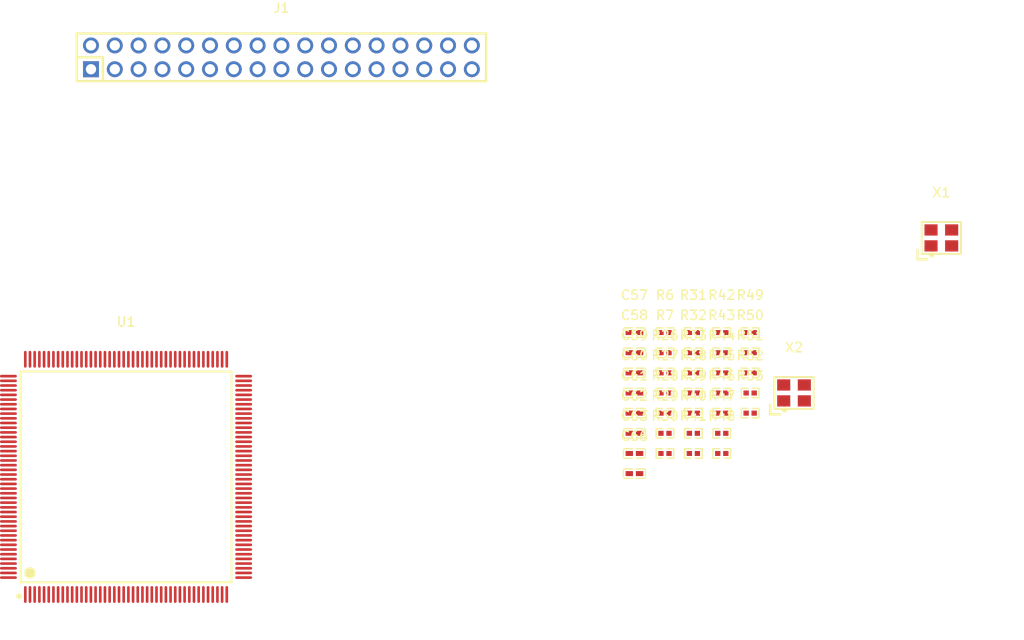
<source format=kicad_pcb>
(kicad_pcb (version 20240108) (generator "pcbnew") (generator_version "8.0")
  (layers (0 "F.Cu" signal) (31 "B.Cu" signal) (34 "B.Paste" user) (35 "F.Paste" user) (36 "B.SilkS" user "B.Silkscreen") (37 "F.SilkS" user "F.Silkscreen") (38 "B.Mask" user) (39 "F.Mask" user) (44 "Edge.Cuts" user))
  (net 0 "")
  (net 1 "GND")
  (net 2 "/ENC3.A")
  (net 3 "/ENC2.A")
  (net 4 "/ENC4.A")
  (net 5 "/ENC1.A")
  (net 6 "/ENC3.B")
  (net 7 "/ENC2.B")
  (net 8 "/ENC4.B")
  (net 9 "/ENC1.B")
  (net 44 "Net-(USB1-CC2)")
  (net 45 "Net-(USB1-CC1)")
  (net 46 "/ENC4.SW_R")
  (net 47 "/ENC4.SW")
  (net 48 "/ENC3.SW")
  (net 49 "/ENC3.SW_R")
  (net 50 "/ENC2.SW")
  (net 51 "/ENC2.SW_R")
  (net 52 "+3V0")
  (net 53 "/ENC1.SW_R")
  (net 54 "/ENC1.SW")
  (net 55 "Net-(R38-Pad1)")
  (net 56 "Net-(R39-Pad1)")
  (net 57 "Net-(R40-Pad1)")
  (net 58 "Net-(R41-Pad1)")
  (net 59 "Net-(R42-Pad1)")
  (net 60 "Net-(R43-Pad1)")
  (net 61 "Net-(R44-Pad1)")
  (net 62 "Net-(R45-Pad1)")
  (net 65 "/SWD.IO")
  (net 66 "/TCH.MISO")
  (net 68 "/LCD.D3")
  (net 70 "/TCH.NCS")
  (net 71 "/TCH.INT")
  (net 78 "/BAT.SDA")
  (net 81 "/SD.DAT0")
  (net 82 "/VBAT.SNS")
  (net 87 "/LCD.D10")
  (net 91 "/LCD.D1")
  (net 95 "/TS2.X")
  (net 97 "/LCD.D7")
  (net 98 "/LCD.D8")
  (net 101 "/SWL")
  (net 103 "/LCD.D14")
  (net 104 "/SWD.CLK")
  (net 107 "/LCD.D5")
  (net 109 "/BAT.NCE")
  (net 110 "/SWR")
  (net 112 "/TS1.SW")
  (net 113 "/SD.CMD")
  (net 114 "/LED2.G")
  (net 116 "/SD.CLK_R")
  (net 118 "/TS2.Y")
  (net 120 "/LCD.D6")
  (net 121 "/MCU.VCAP1")
  (net 123 "/LCD.NRST")
  (net 125 "/SD.DAT3")
  (net 128 "/RF.GDO0")
  (net 130 "/LED1.B")
  (net 131 "/LCD.D15")
  (net 134 "/RF.NCS")
  (net 135 "/SWD.TRC")
  (net 136 "/LCD.D11")
  (net 137 "/LCD.D12")
  (net 140 "/LCD.D0")
  (net 142 "/LCD.D9")
  (net 145 "/RF.CLK_R")
  (net 146 "/LCD.NOE")
  (net 149 "/USB.D_P")
  (net 150 "/SD.DAT2")
  (net 151 "/USB.D_N")
  (net 152 "/HSE.IN")
  (net 153 "/TS2.SW")
  (net 155 "/BL.PWM_R")
  (net 157 "/BAT.SCL")
  (net 158 "/BAT.INT")
  (net 159 "/TS1.X")
  (net 161 "/RF.MOSI")
  (net 162 "/LCD.DC")
  (net 163 "/LCD.NE1")
  (net 166 "/SWD.NRST")
  (net 168 "/MCU.VCAP2")
  (net 169 "/RF.GDO2")
  (net 170 "/LED2.R")
  (net 172 "/SD.NCD")
  (net 173 "/TCH.MOSI")
  (net 175 "/LCD.D4")
  (net 177 "/LCD.D13")
  (net 178 "/LED2.B")
  (net 179 "/BAT.STAT")
  (net 181 "/LED1.G")
  (net 182 "/TS1.Y")
  (net 183 "/LED1.R")
  (net 184 "/LCD.NWE")
  (net 185 "/TCH.CLK_R")
  (net 186 "/SD.DAT1")
  (net 190 "/BAT.NPG")
  (net 191 "/RF.MISO")
  (net 192 "/LCD.D2")
  (net 194 "+3V0_OSC2")
  (net 195 "/RF.XOSC_OUT")
  (net 196 "/MCU.OSC_OUT")
  (net 197 "+3V0_OSC1")
  (footprint "easyeda2kicad:R0402" (layer "F.Cu") (at 140.54 86.4)
    (property "Reference" "R33" (at 0 -4 0) (layer "F.SilkS"))
    (property "Value" "0402WGF5602TCE")
    (pad "1" smd rect (at -0.43 0) (size 0.57 0.54) (layers "F.Cu" "F.Paste" "F.Mask") (net 53 "/ENC1.SW_R"))
    (pad "2" smd rect (at 0.43 0) (size 0.57 0.54) (layers "F.Cu" "F.Paste" "F.Mask") (net 52 "+3V0"))
  )
  (footprint "easyeda2kicad_script:R0402" (layer "F.Cu") (at 143.57 88.55)
    (property "Reference" "R45" (at 0 -4 0) (layer "F.SilkS"))
    (property "Value" "0402WGF1002TCE")
    (pad "1" smd rect (at -0.43 0) (size 0.57 0.54) (layers "F.Cu" "F.Paste" "F.Mask") (net 62 "Net-(R45-Pad1)"))
    (pad "2" smd rect (at 0.43 0) (size 0.57 0.54) (layers "F.Cu" "F.Paste" "F.Mask") (net 52 "+3V0"))
  )
  (footprint "easyeda2kicad_script:C0402" (layer "F.Cu") (at 134.25 90.7)
    (property "Reference" "C61" (at 0 -4 0) (layer "F.SilkS"))
    (property "Value" "CC0402KRX7R9BB103")
    (pad "1" smd rect (at -0.55 0) (size 0.79 0.54) (layers "F.Cu" "F.Paste" "F.Mask") (net 1 "GND"))
    (pad "2" smd rect (at 0.55 0) (size 0.79 0.54) (layers "F.Cu" "F.Paste" "F.Mask") (net 6 "/ENC3.B"))
  )
  (footprint "easyeda2kicad_script:R0402" (layer "F.Cu") (at 140.54 95)
    (property "Reference" "R41" (at 0 -4 0) (layer "F.SilkS"))
    (property "Value" "0402WGF1002TCE")
    (pad "1" smd rect (at -0.43 0) (size 0.57 0.54) (layers "F.Cu" "F.Paste" "F.Mask") (net 58 "Net-(R41-Pad1)"))
    (pad "2" smd rect (at 0.43 0) (size 0.57 0.54) (layers "F.Cu" "F.Paste" "F.Mask") (net 52 "+3V0"))
  )
  (footprint "easyeda2kicad_script:R0402" (layer "F.Cu") (at 146.6 86.4)
    (property "Reference" "R51" (at 0 -4 0) (layer "F.SilkS"))
    (property "Value" "0402WGF1002TCE")
    (pad "1" smd rect (at -0.43 0) (size 0.57 0.54) (layers "F.Cu" "F.Paste" "F.Mask") (net 61 "Net-(R44-Pad1)"))
    (pad "2" smd rect (at 0.43 0) (size 0.57 0.54) (layers "F.Cu" "F.Paste" "F.Mask") (net 8 "/ENC4.B"))
  )
  (footprint "easyeda2kicad_script:R0402" (layer "F.Cu") (at 143.57 92.85)
    (property "Reference" "R47" (at 0 -4 0) (layer "F.SilkS"))
    (property "Value" "0402WGF1002TCE")
    (pad "1" smd rect (at -0.43 0) (size 0.57 0.54) (layers "F.Cu" "F.Paste" "F.Mask") (net 59 "Net-(R42-Pad1)"))
    (pad "2" smd rect (at 0.43 0) (size 0.57 0.54) (layers "F.Cu" "F.Paste" "F.Mask") (net 6 "/ENC3.B"))
  )
  (footprint "easyeda2kicad_script:R0402" (layer "F.Cu") (at 143.57 95)
    (property "Reference" "R48" (at 0 -4 0) (layer "F.SilkS"))
    (property "Value" "0402WGF1002TCE")
    (pad "1" smd rect (at -0.43 0) (size 0.57 0.54) (layers "F.Cu" "F.Paste" "F.Mask") (net 56 "Net-(R39-Pad1)"))
    (pad "2" smd rect (at 0.43 0) (size 0.57 0.54) (layers "F.Cu" "F.Paste" "F.Mask") (net 3 "/ENC2.A"))
  )
  (footprint "easyeda2kicad_script:R0402" (layer "F.Cu") (at 146.6 84.25)
    (property "Reference" "R50" (at 0 -4 0) (layer "F.SilkS"))
    (property "Value" "0402WGF1002TCE")
    (pad "1" smd rect (at -0.43 0) (size 0.57 0.54) (layers "F.Cu" "F.Paste" "F.Mask") (net 57 "Net-(R40-Pad1)"))
    (pad "2" smd rect (at 0.43 0) (size 0.57 0.54) (layers "F.Cu" "F.Paste" "F.Mask") (net 4 "/ENC4.A"))
  )
  (footprint "easyeda2kicad_script:R0402" (layer "F.Cu") (at 143.57 84.25)
    (property "Reference" "R43" (at 0 -4 0) (layer "F.SilkS"))
    (property "Value" "0402WGF1002TCE")
    (pad "1" smd rect (at -0.43 0) (size 0.57 0.54) (layers "F.Cu" "F.Paste" "F.Mask") (net 60 "Net-(R43-Pad1)"))
    (pad "2" smd rect (at 0.43 0) (size 0.57 0.54) (layers "F.Cu" "F.Paste" "F.Mask") (net 52 "+3V0"))
  )
  (footprint "easyeda2kicad_script:R0402" (layer "F.Cu") (at 143.57 82.1)
    (property "Reference" "R42" (at 0 -4 0) (layer "F.SilkS"))
    (property "Value" "0402WGF1002TCE")
    (pad "1" smd rect (at -0.43 0) (size 0.57 0.54) (layers "F.Cu" "F.Paste" "F.Mask") (net 59 "Net-(R42-Pad1)"))
    (pad "2" smd rect (at 0.43 0) (size 0.57 0.54) (layers "F.Cu" "F.Paste" "F.Mask") (net 52 "+3V0"))
  )
  (footprint "easyeda2kicad_script2:OSC-SMD_4P-L3.2-W2.5-BL_SIT8008BI" (layer "F.Cu") (at 151.28 88.54)
    (property "Reference" "X2" (at 0 -4.85 0) (layer "F.SilkS"))
    (property "Value" "S3D26.000000B20F30T")
    (pad "1" smd rect (at -1.1 0.85) (size 1.4 1.2) (layers "F.Cu" "F.Paste" "F.Mask") (net 197 "+3V0_OSC1"))
    (pad "2" smd rect (at 1.1 0.85) (size 1.4 1.2) (layers "F.Cu" "F.Paste" "F.Mask") (net 1 "GND"))
    (pad "3" smd rect (at 1.1 -0.85) (size 1.4 1.2) (layers "F.Cu" "F.Paste" "F.Mask") (net 196 "/MCU.OSC_OUT"))
    (pad "4" smd rect (at -1.1 -0.85) (size 1.4 1.2) (layers "F.Cu" "F.Paste" "F.Mask") (net 197 "+3V0_OSC1"))
  )
  (footprint "easyeda2kicad_script:C0402" (layer "F.Cu") (at 134.25 86.4)
    (property "Reference" "C59" (at 0 -4 0) (layer "F.SilkS"))
    (property "Value" "CC0402KRX7R9BB103")
    (pad "1" smd rect (at -0.55 0) (size 0.79 0.54) (layers "F.Cu" "F.Paste" "F.Mask") (net 1 "GND"))
    (pad "2" smd rect (at 0.55 0) (size 0.79 0.54) (layers "F.Cu" "F.Paste" "F.Mask") (net 4 "/ENC4.A"))
  )
  (footprint "easyeda2kicad_script:C0402" (layer "F.Cu") (at 134.25 92.85)
    (property "Reference" "C62" (at 0 -4 0) (layer "F.SilkS"))
    (property "Value" "CC0402KRX7R9BB103")
    (pad "1" smd rect (at -0.55 0) (size 0.79 0.54) (layers "F.Cu" "F.Paste" "F.Mask") (net 1 "GND"))
    (pad "2" smd rect (at 0.55 0) (size 0.79 0.54) (layers "F.Cu" "F.Paste" "F.Mask") (net 7 "/ENC2.B"))
  )
  (footprint "easyeda2kicad:R0402" (layer "F.Cu") (at 137.51 90.7)
    (property "Reference" "R28" (at 0 -4 0) (layer "F.SilkS"))
    (property "Value" "0402WGF5101TCE")
    (pad "1" smd rect (at -0.43 0) (size 0.57 0.54) (layers "F.Cu" "F.Paste" "F.Mask") (net 51 "/ENC2.SW_R"))
    (pad "2" smd rect (at 0.43 0) (size 0.57 0.54) (layers "F.Cu" "F.Paste" "F.Mask") (net 50 "/ENC2.SW"))
  )
  (footprint "easyeda2kicad:R0402" (layer "F.Cu") (at 140.54 82.1)
    (property "Reference" "R31" (at 0 -4 0) (layer "F.SilkS"))
    (property "Value" "0402WGF5602TCE")
    (pad "1" smd rect (at -0.43 0) (size 0.57 0.54) (layers "F.Cu" "F.Paste" "F.Mask") (net 51 "/ENC2.SW_R"))
    (pad "2" smd rect (at 0.43 0) (size 0.57 0.54) (layers "F.Cu" "F.Paste" "F.Mask") (net 52 "+3V0"))
  )
  (footprint "easyeda2kicad:LQFP-176_L24.0-W24.0-P0.50-LS26.0-BL" (layer "F.Cu") (at 80 97.5)
    (property "Reference" "U1" (at 0 -16.55 0) (layer "F.SilkS"))
    (property "Value" "STM32H743IIT6")
    (pad "1" smd oval (at -10.75 12.55) (size 0.28 1.8) (layers "F.Cu" "F.Paste" "F.Mask"))
    (pad "2" smd oval (at -10.25 12.55) (size 0.28 1.8) (layers "F.Cu" "F.Paste" "F.Mask"))
    (pad "3" smd oval (at -9.75 12.55) (size 0.28 1.8) (layers "F.Cu" "F.Paste" "F.Mask"))
    (pad "4" smd oval (at -9.25 12.55) (size 0.28 1.8) (layers "F.Cu" "F.Paste" "F.Mask"))
    (pad "5" smd oval (at -8.75 12.55) (size 0.28 1.8) (layers "F.Cu" "F.Paste" "F.Mask"))
    (pad "6" smd oval (at -8.25 12.55) (size 0.28 1.8) (layers "F.Cu" "F.Paste" "F.Mask") (net 52 "+3V0"))
    (pad "7" smd oval (at -7.75 12.55) (size 0.28 1.8) (layers "F.Cu" "F.Paste" "F.Mask"))
    (pad "8" smd oval (at -7.25 12.55) (size 0.28 1.8) (layers "F.Cu" "F.Paste" "F.Mask"))
    (pad "9" smd oval (at -6.75 12.55) (size 0.28 1.8) (layers "F.Cu" "F.Paste" "F.Mask"))
    (pad "10" smd oval (at -6.25 12.55) (size 0.28 1.8) (layers "F.Cu" "F.Paste" "F.Mask"))
    (pad "11" smd oval (at -5.75 12.55) (size 0.28 1.8) (layers "F.Cu" "F.Paste" "F.Mask"))
    (pad "12" smd oval (at -5.25 12.55) (size 0.28 1.8) (layers "F.Cu" "F.Paste" "F.Mask"))
    (pad "13" smd oval (at -4.75 12.55) (size 0.28 1.8) (layers "F.Cu" "F.Paste" "F.Mask"))
    (pad "14" smd oval (at -4.25 12.55) (size 0.28 1.8) (layers "F.Cu" "F.Paste" "F.Mask") (net 1 "GND"))
    (pad "15" smd oval (at -3.75 12.55) (size 0.28 1.8) (layers "F.Cu" "F.Paste" "F.Mask") (net 52 "+3V0"))
    (pad "16" smd oval (at -3.25 12.55) (size 0.28 1.8) (layers "F.Cu" "F.Paste" "F.Mask"))
    (pad "17" smd oval (at -2.75 12.55) (size 0.28 1.8) (layers "F.Cu" "F.Paste" "F.Mask"))
    (pad "18" smd oval (at -2.25 12.55) (size 0.28 1.8) (layers "F.Cu" "F.Paste" "F.Mask"))
    (pad "19" smd oval (at -1.75 12.55) (size 0.28 1.8) (layers "F.Cu" "F.Paste" "F.Mask"))
    (pad "20" smd oval (at -1.25 12.55) (size 0.28 1.8) (layers "F.Cu" "F.Paste" "F.Mask"))
    (pad "21" smd oval (at -0.75 12.55) (size 0.28 1.8) (layers "F.Cu" "F.Paste" "F.Mask"))
    (pad "22" smd oval (at -0.25 12.55) (size 0.28 1.8) (layers "F.Cu" "F.Paste" "F.Mask") (net 1 "GND"))
    (pad "23" smd oval (at 0.25 12.55) (size 0.28 1.8) (layers "F.Cu" "F.Paste" "F.Mask") (net 52 "+3V0"))
    (pad "24" smd oval (at 0.75 12.55) (size 0.28 1.8) (layers "F.Cu" "F.Paste" "F.Mask") (net 70 "/TCH.NCS"))
    (pad "25" smd oval (at 1.25 12.55) (size 0.28 1.8) (layers "F.Cu" "F.Paste" "F.Mask") (net 185 "/TCH.CLK_R"))
    (pad "26" smd oval (at 1.75 12.55) (size 0.28 1.8) (layers "F.Cu" "F.Paste" "F.Mask") (net 66 "/TCH.MISO"))
    (pad "27" smd oval (at 2.25 12.55) (size 0.28 1.8) (layers "F.Cu" "F.Paste" "F.Mask") (net 173 "/TCH.MOSI"))
    (pad "28" smd oval (at 2.75 12.55) (size 0.28 1.8) (layers "F.Cu" "F.Paste" "F.Mask"))
    (pad "29" smd oval (at 3.25 12.55) (size 0.28 1.8) (layers "F.Cu" "F.Paste" "F.Mask") (net 152 "/HSE.IN"))
    (pad "30" smd oval (at 3.75 12.55) (size 0.28 1.8) (layers "F.Cu" "F.Paste" "F.Mask"))
    (pad "31" smd oval (at 4.25 12.55) (size 0.28 1.8) (layers "F.Cu" "F.Paste" "F.Mask") (net 166 "/SWD.NRST"))
    (pad "32" smd oval (at 4.75 12.55) (size 0.28 1.8) (layers "F.Cu" "F.Paste" "F.Mask") (net 71 "/TCH.INT"))
    (pad "33" smd oval (at 5.25 12.55) (size 0.28 1.8) (layers "F.Cu" "F.Paste" "F.Mask") (net 116 "/SD.CLK_R"))
    (pad "34" smd oval (at 5.75 12.55) (size 0.28 1.8) (layers "F.Cu" "F.Paste" "F.Mask") (net 172 "/SD.NCD"))
    (pad "35" smd oval (at 6.25 12.55) (size 0.28 1.8) (layers "F.Cu" "F.Paste" "F.Mask"))
    (pad "36" smd oval (at 6.75 12.55) (size 0.28 1.8) (layers "F.Cu" "F.Paste" "F.Mask") (net 52 "+3V0"))
    (pad "37" smd oval (at 7.25 12.55) (size 0.28 1.8) (layers "F.Cu" "F.Paste" "F.Mask") (net 1 "GND"))
    (pad "38" smd oval (at 7.75 12.55) (size 0.28 1.8) (layers "F.Cu" "F.Paste" "F.Mask") (net 52 "+3V0"))
    (pad "39" smd oval (at 8.25 12.55) (size 0.28 1.8) (layers "F.Cu" "F.Paste" "F.Mask") (net 52 "+3V0"))
    (pad "40" smd oval (at 8.75 12.55) (size 0.28 1.8) (layers "F.Cu" "F.Paste" "F.Mask") (net 113 "/SD.CMD"))
    (pad "41" smd oval (at 9.25 12.55) (size 0.28 1.8) (layers "F.Cu" "F.Paste" "F.Mask") (net 114 "/LED2.G"))
    (pad "42" smd oval (at 9.75 12.55) (size 0.28 1.8) (layers "F.Cu" "F.Paste" "F.Mask"))
    (pad "43" smd oval (at 10.25 12.55) (size 0.28 1.8) (layers "F.Cu" "F.Paste" "F.Mask"))
    (pad "44" smd oval (at 10.75 12.55) (size 0.28 1.8) (layers "F.Cu" "F.Paste" "F.Mask") (net 112 "/TS1.SW"))
    (pad "45" smd oval (at 12.55 10.75) (size 1.8 0.28) (layers "F.Cu" "F.Paste" "F.Mask"))
    (pad "46" smd oval (at 12.55 10.25) (size 1.8 0.28) (layers "F.Cu" "F.Paste" "F.Mask"))
    (pad "47" smd oval (at 12.55 9.75) (size 1.8 0.28) (layers "F.Cu" "F.Paste" "F.Mask"))
    (pad "48" smd oval (at 12.55 9.25) (size 1.8 0.28) (layers "F.Cu" "F.Paste" "F.Mask") (net 1 "GND"))
    (pad "49" smd oval (at 12.55 8.75) (size 1.8 0.28) (layers "F.Cu" "F.Paste" "F.Mask") (net 52 "+3V0"))
    (pad "50" smd oval (at 12.55 8.25) (size 1.8 0.28) (layers "F.Cu" "F.Paste" "F.Mask"))
    (pad "51" smd oval (at 12.55 7.75) (size 1.8 0.28) (layers "F.Cu" "F.Paste" "F.Mask") (net 170 "/LED2.R"))
    (pad "52" smd oval (at 12.55 7.25) (size 1.8 0.28) (layers "F.Cu" "F.Paste" "F.Mask"))
    (pad "53" smd oval (at 12.55 6.75) (size 1.8 0.28) (layers "F.Cu" "F.Paste" "F.Mask") (net 155 "/BL.PWM_R"))
    (pad "54" smd oval (at 12.55 6.25) (size 1.8 0.28) (layers "F.Cu" "F.Paste" "F.Mask") (net 95 "/TS2.X"))
    (pad "55" smd oval (at 12.55 5.75) (size 1.8 0.28) (layers "F.Cu" "F.Paste" "F.Mask") (net 118 "/TS2.Y"))
    (pad "56" smd oval (at 12.55 5.25) (size 1.8 0.28) (layers "F.Cu" "F.Paste" "F.Mask") (net 159 "/TS1.X"))
    (pad "57" smd oval (at 12.55 4.75) (size 1.8 0.28) (layers "F.Cu" "F.Paste" "F.Mask") (net 182 "/TS1.Y"))
    (pad "58" smd oval (at 12.55 4.25) (size 1.8 0.28) (layers "F.Cu" "F.Paste" "F.Mask"))
    (pad "59" smd oval (at 12.55 3.75) (size 1.8 0.28) (layers "F.Cu" "F.Paste" "F.Mask") (net 82 "/VBAT.SNS"))
    (pad "60" smd oval (at 12.55 3.25) (size 1.8 0.28) (layers "F.Cu" "F.Paste" "F.Mask"))
    (pad "61" smd oval (at 12.55 2.75) (size 1.8 0.28) (layers "F.Cu" "F.Paste" "F.Mask") (net 1 "GND"))
    (pad "62" smd oval (at 12.55 2.25) (size 1.8 0.28) (layers "F.Cu" "F.Paste" "F.Mask") (net 52 "+3V0"))
    (pad "63" smd oval (at 12.55 1.75) (size 1.8 0.28) (layers "F.Cu" "F.Paste" "F.Mask"))
    (pad "64" smd oval (at 12.55 1.25) (size 1.8 0.28) (layers "F.Cu" "F.Paste" "F.Mask"))
    (pad "65" smd oval (at 12.55 0.75) (size 1.8 0.28) (layers "F.Cu" "F.Paste" "F.Mask"))
    (pad "66" smd oval (at 12.55 0.25) (size 1.8 0.28) (layers "F.Cu" "F.Paste" "F.Mask"))
    (pad "67" smd oval (at 12.55 -0.25) (size 1.8 0.28) (layers "F.Cu" "F.Paste" "F.Mask"))
    (pad "68" smd oval (at 12.55 -0.75) (size 1.8 0.28) (layers "F.Cu" "F.Paste" "F.Mask") (net 175 "/LCD.D4"))
    (pad "69" smd oval (at 12.55 -1.25) (size 1.8 0.28) (layers "F.Cu" "F.Paste" "F.Mask") (net 107 "/LCD.D5"))
    (pad "70" smd oval (at 12.55 -1.75) (size 1.8 0.28) (layers "F.Cu" "F.Paste" "F.Mask") (net 120 "/LCD.D6"))
    (pad "71" smd oval (at 12.55 -2.25) (size 1.8 0.28) (layers "F.Cu" "F.Paste" "F.Mask") (net 1 "GND"))
    (pad "72" smd oval (at 12.55 -2.75) (size 1.8 0.28) (layers "F.Cu" "F.Paste" "F.Mask") (net 52 "+3V0"))
    (pad "73" smd oval (at 12.55 -3.25) (size 1.8 0.28) (layers "F.Cu" "F.Paste" "F.Mask") (net 97 "/LCD.D7"))
    (pad "74" smd oval (at 12.55 -3.75) (size 1.8 0.28) (layers "F.Cu" "F.Paste" "F.Mask") (net 98 "/LCD.D8"))
    (pad "75" smd oval (at 12.55 -4.25) (size 1.8 0.28) (layers "F.Cu" "F.Paste" "F.Mask") (net 142 "/LCD.D9"))
    (pad "76" smd oval (at 12.55 -4.75) (size 1.8 0.28) (layers "F.Cu" "F.Paste" "F.Mask") (net 87 "/LCD.D10"))
    (pad "77" smd oval (at 12.55 -5.25) (size 1.8 0.28) (layers "F.Cu" "F.Paste" "F.Mask") (net 136 "/LCD.D11"))
    (pad "78" smd oval (at 12.55 -5.75) (size 1.8 0.28) (layers "F.Cu" "F.Paste" "F.Mask") (net 137 "/LCD.D12"))
    (pad "79" smd oval (at 12.55 -6.25) (size 1.8 0.28) (layers "F.Cu" "F.Paste" "F.Mask") (net 178 "/LED2.B"))
    (pad "80" smd oval (at 12.55 -6.75) (size 1.8 0.28) (layers "F.Cu" "F.Paste" "F.Mask"))
    (pad "81" smd oval (at 12.55 -7.25) (size 1.8 0.28) (layers "F.Cu" "F.Paste" "F.Mask") (net 121 "/MCU.VCAP1"))
    (pad "82" smd oval (at 12.55 -7.75) (size 1.8 0.28) (layers "F.Cu" "F.Paste" "F.Mask") (net 52 "+3V0"))
    (pad "83" smd oval (at 12.55 -8.25) (size 1.8 0.28) (layers "F.Cu" "F.Paste" "F.Mask"))
    (pad "84" smd oval (at 12.55 -8.75) (size 1.8 0.28) (layers "F.Cu" "F.Paste" "F.Mask") (net 157 "/BAT.SCL"))
    (pad "85" smd oval (at 12.55 -9.25) (size 1.8 0.28) (layers "F.Cu" "F.Paste" "F.Mask") (net 78 "/BAT.SDA"))
    (pad "86" smd oval (at 12.55 -9.75) (size 1.8 0.28) (layers "F.Cu" "F.Paste" "F.Mask") (net 123 "/LCD.NRST"))
    (pad "87" smd oval (at 12.55 -10.25) (size 1.8 0.28) (layers "F.Cu" "F.Paste" "F.Mask") (net 8 "/ENC4.B"))
    (pad "88" smd oval (at 12.55 -10.75) (size 1.8 0.28) (layers "F.Cu" "F.Paste" "F.Mask") (net 4 "/ENC4.A"))
    (pad "89" smd oval (at 10.75 -12.55) (size 0.28 1.8) (layers "F.Cu" "F.Paste" "F.Mask") (net 158 "/BAT.INT"))
    (pad "90" smd oval (at 10.25 -12.55) (size 0.28 1.8) (layers "F.Cu" "F.Paste" "F.Mask") (net 1 "GND"))
    (pad "91" smd oval (at 9.75 -12.55) (size 0.28 1.8) (layers "F.Cu" "F.Paste" "F.Mask") (net 52 "+3V0"))
    (pad "92" smd oval (at 9.25 -12.55) (size 0.28 1.8) (layers "F.Cu" "F.Paste" "F.Mask") (net 190 "/BAT.NPG"))
    (pad "93" smd oval (at 8.75 -12.55) (size 0.28 1.8) (layers "F.Cu" "F.Paste" "F.Mask") (net 179 "/BAT.STAT"))
    (pad "94" smd oval (at 8.25 -12.55) (size 0.28 1.8) (layers "F.Cu" "F.Paste" "F.Mask") (net 81 "/SD.DAT0"))
    (pad "95" smd oval (at 7.75 -12.55) (size 0.28 1.8) (layers "F.Cu" "F.Paste" "F.Mask") (net 186 "/SD.DAT1"))
    (pad "96" smd oval (at 7.25 -12.55) (size 0.28 1.8) (layers "F.Cu" "F.Paste" "F.Mask") (net 177 "/LCD.D13"))
    (pad "97" smd oval (at 6.75 -12.55) (size 0.28 1.8) (layers "F.Cu" "F.Paste" "F.Mask") (net 103 "/LCD.D14"))
    (pad "98" smd oval (at 6.25 -12.55) (size 0.28 1.8) (layers "F.Cu" "F.Paste" "F.Mask") (net 131 "/LCD.D15"))
    (pad "99" smd oval (at 5.75 -12.55) (size 0.28 1.8) (layers "F.Cu" "F.Paste" "F.Mask") (net 162 "/LCD.DC"))
    (pad "100" smd oval (at 5.25 -12.55) (size 0.28 1.8) (layers "F.Cu" "F.Paste" "F.Mask") (net 2 "/ENC3.A"))
    (pad "101" smd oval (at 4.75 -12.55) (size 0.28 1.8) (layers "F.Cu" "F.Paste" "F.Mask") (net 6 "/ENC3.B"))
    (pad "102" smd oval (at 4.25 -12.55) (size 0.28 1.8) (layers "F.Cu" "F.Paste" "F.Mask") (net 1 "GND"))
    (pad "103" smd oval (at 3.75 -12.55) (size 0.28 1.8) (layers "F.Cu" "F.Paste" "F.Mask") (net 52 "+3V0"))
    (pad "104" smd oval (at 3.25 -12.55) (size 0.28 1.8) (layers "F.Cu" "F.Paste" "F.Mask") (net 140 "/LCD.D0"))
    (pad "105" smd oval (at 2.75 -12.55) (size 0.28 1.8) (layers "F.Cu" "F.Paste" "F.Mask") (net 91 "/LCD.D1"))
    (pad "106" smd oval (at 2.25 -12.55) (size 0.28 1.8) (layers "F.Cu" "F.Paste" "F.Mask") (net 109 "/BAT.NCE"))
    (pad "107" smd oval (at 1.75 -12.55) (size 0.28 1.8) (layers "F.Cu" "F.Paste" "F.Mask"))
    (pad "108" smd oval (at 1.25 -12.55) (size 0.28 1.8) (layers "F.Cu" "F.Paste" "F.Mask") (net 47 "/ENC4.SW"))
    (pad "109" smd oval (at 0.75 -12.55) (size 0.28 1.8) (layers "F.Cu" "F.Paste" "F.Mask") (net 110 "/SWR"))
    (pad "110" smd oval (at 0.25 -12.55) (size 0.28 1.8) (layers "F.Cu" "F.Paste" "F.Mask") (net 48 "/ENC3.SW"))
    (pad "111" smd oval (at -0.25 -12.55) (size 0.28 1.8) (layers "F.Cu" "F.Paste" "F.Mask"))
    (pad "112" smd oval (at -0.75 -12.55) (size 0.28 1.8) (layers "F.Cu" "F.Paste" "F.Mask"))
    (pad "113" smd oval (at -1.25 -12.55) (size 0.28 1.8) (layers "F.Cu" "F.Paste" "F.Mask") (net 1 "GND"))
    (pad "114" smd oval (at -1.75 -12.55) (size 0.28 1.8) (layers "F.Cu" "F.Paste" "F.Mask") (net 52 "+3V0"))
    (pad "115" smd oval (at -2.25 -12.55) (size 0.28 1.8) (layers "F.Cu" "F.Paste" "F.Mask") (net 3 "/ENC2.A"))
    (pad "116" smd oval (at -2.75 -12.55) (size 0.28 1.8) (layers "F.Cu" "F.Paste" "F.Mask") (net 7 "/ENC2.B"))
    (pad "117" smd oval (at -3.25 -12.55) (size 0.28 1.8) (layers "F.Cu" "F.Paste" "F.Mask"))
    (pad "118" smd oval (at -3.75 -12.55) (size 0.28 1.8) (layers "F.Cu" "F.Paste" "F.Mask") (net 50 "/ENC2.SW"))
    (pad "119" smd oval (at -4.25 -12.55) (size 0.28 1.8) (layers "F.Cu" "F.Paste" "F.Mask") (net 5 "/ENC1.A"))
    (pad "120" smd oval (at -4.75 -12.55) (size 0.28 1.8) (layers "F.Cu" "F.Paste" "F.Mask") (net 9 "/ENC1.B"))
    (pad "121" smd oval (at -5.25 -12.55) (size 0.28 1.8) (layers "F.Cu" "F.Paste" "F.Mask"))
    (pad "122" smd oval (at -5.75 -12.55) (size 0.28 1.8) (layers "F.Cu" "F.Paste" "F.Mask") (net 151 "/USB.D_N"))
    (pad "123" smd oval (at -6.25 -12.55) (size 0.28 1.8) (layers "F.Cu" "F.Paste" "F.Mask") (net 149 "/USB.D_P"))
    (pad "124" smd oval (at -6.75 -12.55) (size 0.28 1.8) (layers "F.Cu" "F.Paste" "F.Mask") (net 65 "/SWD.IO"))
    (pad "125" smd oval (at -7.25 -12.55) (size 0.28 1.8) (layers "F.Cu" "F.Paste" "F.Mask") (net 168 "/MCU.VCAP2"))
    (pad "126" smd oval (at -7.75 -12.55) (size 0.28 1.8) (layers "F.Cu" "F.Paste" "F.Mask") (net 1 "GND"))
    (pad "127" smd oval (at -8.25 -12.55) (size 0.28 1.8) (layers "F.Cu" "F.Paste" "F.Mask") (net 52 "+3V0"))
    (pad "128" smd oval (at -8.75 -12.55) (size 0.28 1.8) (layers "F.Cu" "F.Paste" "F.Mask"))
    (pad "129" smd oval (at -9.25 -12.55) (size 0.28 1.8) (layers "F.Cu" "F.Paste" "F.Mask") (net 54 "/ENC1.SW"))
    (pad "130" smd oval (at -9.75 -12.55) (size 0.28 1.8) (layers "F.Cu" "F.Paste" "F.Mask"))
    (pad "131" smd oval (at -10.25 -12.55) (size 0.28 1.8) (layers "F.Cu" "F.Paste" "F.Mask") (net 134 "/RF.NCS"))
    (pad "132" smd oval (at -10.75 -12.55) (size 0.28 1.8) (layers "F.Cu" "F.Paste" "F.Mask") (net 145 "/RF.CLK_R"))
    (pad "133" smd oval (at -12.55 -10.75) (size 1.8 0.28) (layers "F.Cu" "F.Paste" "F.Mask") (net 191 "/RF.MISO"))
    (pad "134" smd oval (at -12.55 -10.25) (size 1.8 0.28) (layers "F.Cu" "F.Paste" "F.Mask") (net 161 "/RF.MOSI"))
    (pad "135" smd oval (at -12.55 -9.75) (size 1.8 0.28) (layers "F.Cu" "F.Paste" "F.Mask") (net 1 "GND"))
    (pad "136" smd oval (at -12.55 -9.25) (size 1.8 0.28) (layers "F.Cu" "F.Paste" "F.Mask") (net 52 "+3V0"))
    (pad "137" smd oval (at -12.55 -8.75) (size 1.8 0.28) (layers "F.Cu" "F.Paste" "F.Mask") (net 104 "/SWD.CLK"))
    (pad "138" smd oval (at -12.55 -8.25) (size 1.8 0.28) (layers "F.Cu" "F.Paste" "F.Mask"))
    (pad "139" smd oval (at -12.55 -7.75) (size 1.8 0.28) (layers "F.Cu" "F.Paste" "F.Mask"))
    (pad "140" smd oval (at -12.55 -7.25) (size 1.8 0.28) (layers "F.Cu" "F.Paste" "F.Mask"))
    (pad "141" smd oval (at -12.55 -6.75) (size 1.8 0.28) (layers "F.Cu" "F.Paste" "F.Mask"))
    (pad "142" smd oval (at -12.55 -6.25) (size 1.8 0.28) (layers "F.Cu" "F.Paste" "F.Mask") (net 192 "/LCD.D2"))
    (pad "143" smd oval (at -12.55 -5.75) (size 1.8 0.28) (layers "F.Cu" "F.Paste" "F.Mask") (net 68 "/LCD.D3"))
    (pad "144" smd oval (at -12.55 -5.25) (size 1.8 0.28) (layers "F.Cu" "F.Paste" "F.Mask") (net 169 "/RF.GDO2"))
    (pad "145" smd oval (at -12.55 -4.75) (size 1.8 0.28) (layers "F.Cu" "F.Paste" "F.Mask") (net 128 "/RF.GDO0"))
    (pad "146" smd oval (at -12.55 -4.25) (size 1.8 0.28) (layers "F.Cu" "F.Paste" "F.Mask") (net 146 "/LCD.NOE"))
    (pad "147" smd oval (at -12.55 -3.75) (size 1.8 0.28) (layers "F.Cu" "F.Paste" "F.Mask") (net 184 "/LCD.NWE"))
    (pad "148" smd oval (at -12.55 -3.25) (size 1.8 0.28) (layers "F.Cu" "F.Paste" "F.Mask") (net 1 "GND"))
    (pad "149" smd oval (at -12.55 -2.75) (size 1.8 0.28) (layers "F.Cu" "F.Paste" "F.Mask") (net 52 "+3V0"))
    (pad "150" smd oval (at -12.55 -2.25) (size 1.8 0.28) (layers "F.Cu" "F.Paste" "F.Mask"))
    (pad "151" smd oval (at -12.55 -1.75) (size 1.8 0.28) (layers "F.Cu" "F.Paste" "F.Mask") (net 163 "/LCD.NE1"))
    (pad "152" smd oval (at -12.55 -1.25) (size 1.8 0.28) (layers "F.Cu" "F.Paste" "F.Mask"))
    (pad "153" smd oval (at -12.55 -0.75) (size 1.8 0.28) (layers "F.Cu" "F.Paste" "F.Mask"))
    (pad "154" smd oval (at -12.55 -0.25) (size 1.8 0.28) (layers "F.Cu" "F.Paste" "F.Mask") (net 150 "/SD.DAT2"))
    (pad "155" smd oval (at -12.55 0.25) (size 1.8 0.28) (layers "F.Cu" "F.Paste" "F.Mask"))
    (pad "156" smd oval (at -12.55 0.75) (size 1.8 0.28) (layers "F.Cu" "F.Paste" "F.Mask"))
    (pad "157" smd oval (at -12.55 1.25) (size 1.8 0.28) (layers "F.Cu" "F.Paste" "F.Mask"))
    (pad "158" smd oval (at -12.55 1.75) (size 1.8 0.28) (layers "F.Cu" "F.Paste" "F.Mask") (net 1 "GND"))
    (pad "159" smd oval (at -12.55 2.25) (size 1.8 0.28) (layers "F.Cu" "F.Paste" "F.Mask") (net 52 "+3V0"))
    (pad "160" smd oval (at -12.55 2.75) (size 1.8 0.28) (layers "F.Cu" "F.Paste" "F.Mask"))
    (pad "161" smd oval (at -12.55 3.25) (size 1.8 0.28) (layers "F.Cu" "F.Paste" "F.Mask") (net 135 "/SWD.TRC"))
    (pad "162" smd oval (at -12.55 3.75) (size 1.8 0.28) (layers "F.Cu" "F.Paste" "F.Mask") (net 125 "/SD.DAT3"))
    (pad "163" smd oval (at -12.55 4.25) (size 1.8 0.28) (layers "F.Cu" "F.Paste" "F.Mask"))
    (pad "164" smd oval (at -12.55 4.75) (size 1.8 0.28) (layers "F.Cu" "F.Paste" "F.Mask") (net 153 "/TS2.SW"))
    (pad "165" smd oval (at -12.55 5.25) (size 1.8 0.28) (layers "F.Cu" "F.Paste" "F.Mask"))
    (pad "166" smd oval (at -12.55 5.75) (size 1.8 0.28) (layers "F.Cu" "F.Paste" "F.Mask") (net 1 "GND"))
    (pad "167" smd oval (at -12.55 6.25) (size 1.8 0.28) (layers "F.Cu" "F.Paste" "F.Mask"))
    (pad "168" smd oval (at -12.55 6.75) (size 1.8 0.28) (layers "F.Cu" "F.Paste" "F.Mask") (net 101 "/SWL"))
    (pad "169" smd oval (at -12.55 7.25) (size 1.8 0.28) (layers "F.Cu" "F.Paste" "F.Mask"))
    (pad "170" smd oval (at -12.55 7.75) (size 1.8 0.28) (layers "F.Cu" "F.Paste" "F.Mask"))
    (pad "171" smd oval (at -12.55 8.25) (size 1.8 0.28) (layers "F.Cu" "F.Paste" "F.Mask") (net 52 "+3V0"))
    (pad "172" smd oval (at -12.55 8.75) (size 1.8 0.28) (layers "F.Cu" "F.Paste" "F.Mask") (net 52 "+3V0"))
    (pad "173" smd oval (at -12.55 9.25) (size 1.8 0.28) (layers "F.Cu" "F.Paste" "F.Mask"))
    (pad "174" smd oval (at -12.55 9.75) (size 1.8 0.28) (layers "F.Cu" "F.Paste" "F.Mask") (net 183 "/LED1.R"))
    (pad "175" smd oval (at -12.55 10.25) (size 1.8 0.28) (layers "F.Cu" "F.Paste" "F.Mask") (net 181 "/LED1.G"))
    (pad "176" smd oval (at -12.55 10.75) (size 1.8 0.28) (layers "F.Cu" "F.Paste" "F.Mask") (net 130 "/LED1.B"))
  )
  (footprint "easyeda2kicad_script:R0402" (layer "F.Cu") (at 140.54 88.55)
    (property "Reference" "R38" (at 0 -4 0) (layer "F.SilkS"))
    (property "Value" "0402WGF1002TCE")
    (pad "1" smd rect (at -0.43 0) (size 0.57 0.54) (layers "F.Cu" "F.Paste" "F.Mask") (net 55 "Net-(R38-Pad1)"))
    (pad "2" smd rect (at 0.43 0) (size 0.57 0.54) (layers "F.Cu" "F.Paste" "F.Mask") (net 52 "+3V0"))
  )
  (footprint "easyeda2kicad_script:R0402" (layer "F.Cu") (at 140.54 92.85)
    (property "Reference" "R40" (at 0 -4 0) (layer "F.SilkS"))
    (property "Value" "0402WGF1002TCE")
    (pad "1" smd rect (at -0.43 0) (size 0.57 0.54) (layers "F.Cu" "F.Paste" "F.Mask") (net 57 "Net-(R40-Pad1)"))
    (pad "2" smd rect (at 0.43 0) (size 0.57 0.54) (layers "F.Cu" "F.Paste" "F.Mask") (net 52 "+3V0"))
  )
  (footprint "easyeda2kicad_script:R0402" (layer "F.Cu") (at 146.6 90.7)
    (property "Reference" "R53" (at 0 -4 0) (layer "F.SilkS"))
    (property "Value" "0402WGF1002TCE")
    (pad "1" smd rect (at -0.43 0) (size 0.57 0.54) (layers "F.Cu" "F.Paste" "F.Mask") (net 62 "Net-(R45-Pad1)"))
    (pad "2" smd rect (at 0.43 0) (size 0.57 0.54) (layers "F.Cu" "F.Paste" "F.Mask") (net 9 "/ENC1.B"))
  )
  (footprint "easyeda2kicad_script:R0402" (layer "F.Cu") (at 140.54 90.7)
    (property "Reference" "R39" (at 0 -4 0) (layer "F.SilkS"))
    (property "Value" "0402WGF1002TCE")
    (pad "1" smd rect (at -0.43 0) (size 0.57 0.54) (layers "F.Cu" "F.Paste" "F.Mask") (net 56 "Net-(R39-Pad1)"))
    (pad "2" smd rect (at 0.43 0) (size 0.57 0.54) (layers "F.Cu" "F.Paste" "F.Mask") (net 52 "+3V0"))
  )
  (footprint "easyeda2kicad_script:C0402" (layer "F.Cu") (at 134.25 88.55)
    (property "Reference" "C60" (at 0 -4 0) (layer "F.SilkS"))
    (property "Value" "CC0402KRX7R9BB103")
    (pad "1" smd rect (at -0.55 0) (size 0.79 0.54) (layers "F.Cu" "F.Paste" "F.Mask") (net 1 "GND"))
    (pad "2" smd rect (at 0.55 0) (size 0.79 0.54) (layers "F.Cu" "F.Paste" "F.Mask") (net 5 "/ENC1.A"))
  )
  (footprint "easyeda2kicad_script:C0402" (layer "F.Cu") (at 134.25 95)
    (property "Reference" "C63" (at 0 -4 0) (layer "F.SilkS"))
    (property "Value" "CC0402KRX7R9BB103")
    (pad "1" smd rect (at -0.55 0) (size 0.79 0.54) (layers "F.Cu" "F.Paste" "F.Mask") (net 1 "GND"))
    (pad "2" smd rect (at 0.55 0) (size 0.79 0.54) (layers "F.Cu" "F.Paste" "F.Mask") (net 8 "/ENC4.B"))
  )
  (footprint "easyeda2kicad_script:C0402" (layer "F.Cu") (at 134.25 97.15)
    (property "Reference" "C66" (at 0 -4 0) (layer "F.SilkS"))
    (property "Value" "CC0402KRX7R9BB103")
    (pad "1" smd rect (at -0.55 0) (size 0.79 0.54) (layers "F.Cu" "F.Paste" "F.Mask") (net 1 "GND"))
    (pad "2" smd rect (at 0.55 0) (size 0.79 0.54) (layers "F.Cu" "F.Paste" "F.Mask") (net 9 "/ENC1.B"))
  )
  (footprint "easyeda2kicad:R0402" (layer "F.Cu") (at 137.51 92.85)
    (property "Reference" "R29" (at 0 -4 0) (layer "F.SilkS"))
    (property "Value" "0402WGF5602TCE")
    (pad "1" smd rect (at -0.43 0) (size 0.57 0.54) (layers "F.Cu" "F.Paste" "F.Mask") (net 46 "/ENC4.SW_R"))
    (pad "2" smd rect (at 0.43 0) (size 0.57 0.54) (layers "F.Cu" "F.Paste" "F.Mask") (net 52 "+3V0"))
  )
  (footprint "easyeda2kicad:R0402" (layer "F.Cu") (at 137.51 82.1)
    (property "Reference" "R6" (at 0 -4 0) (layer "F.SilkS"))
    (property "Value" "0402WGF5101TCE")
    (pad "1" smd rect (at -0.43 0) (size 0.57 0.54) (layers "F.Cu" "F.Paste" "F.Mask") (net 1 "GND"))
    (pad "2" smd rect (at 0.43 0) (size 0.57 0.54) (layers "F.Cu" "F.Paste" "F.Mask") (net 44 "Net-(USB1-CC2)"))
  )
  (footprint "easyeda2kicad_script2:OSC-SMD_4P-L3.2-W2.5-BL_SIT8008BI" (layer "F.Cu") (at 167 72)
    (property "Reference" "X1" (at 0 -4.85 0) (layer "F.SilkS"))
    (property "Value" "S3D26.000000B20F30T")
    (pad "1" smd rect (at -1.1 0.85) (size 1.4 1.2) (layers "F.Cu" "F.Paste" "F.Mask") (net 194 "+3V0_OSC2"))
    (pad "2" smd rect (at 1.1 0.85) (size 1.4 1.2) (layers "F.Cu" "F.Paste" "F.Mask") (net 1 "GND"))
    (pad "3" smd rect (at 1.1 -0.85) (size 1.4 1.2) (layers "F.Cu" "F.Paste" "F.Mask") (net 195 "/RF.XOSC_OUT"))
    (pad "4" smd rect (at -1.1 -0.85) (size 1.4 1.2) (layers "F.Cu" "F.Paste" "F.Mask") (net 194 "+3V0_OSC2"))
  )
  (footprint "easyeda2kicad_script:R0402" (layer "F.Cu") (at 146.6 82.1)
    (property "Reference" "R49" (at 0 -4 0) (layer "F.SilkS"))
    (property "Value" "0402WGF1002TCE")
    (pad "1" smd rect (at -0.43 0) (size 0.57 0.54) (layers "F.Cu" "F.Paste" "F.Mask") (net 60 "Net-(R43-Pad1)"))
    (pad "2" smd rect (at 0.43 0) (size 0.57 0.54) (layers "F.Cu" "F.Paste" "F.Mask") (net 7 "/ENC2.B"))
  )
  (footprint "easyeda2kicad:HDR-TH_34P-P2.54-V-F-R2-C17-S2.54-1" (layer "F.Cu") (at 96.58 52.73)
    (property "Reference" "J1" (at 0 -5.27 0) (layer "F.SilkS"))
    (property "Value" "PM254-2-17-Z-8.5")
    (pad "1" thru_hole rect (at -20.32 1.27) (size 1.7 1.7) (drill 1.100023) (layers "*.Cu" "*.Mask"))
    (pad "2" thru_hole circle (at -17.78 1.27) (size 1.7 1.7) (drill 1.100023) (layers "*.Cu" "*.Mask"))
    (pad "3" thru_hole circle (at -15.24 1.27) (size 1.7 1.7) (drill 1.100023) (layers "*.Cu" "*.Mask"))
    (pad "4" thru_hole circle (at -12.7 1.27) (size 1.7 1.7) (drill 1.100023) (layers "*.Cu" "*.Mask"))
    (pad "5" thru_hole circle (at -10.16 1.27) (size 1.7 1.7) (drill 1.100023) (layers "*.Cu" "*.Mask"))
    (pad "6" thru_hole circle (at -7.62 1.27) (size 1.7 1.7) (drill 1.100023) (layers "*.Cu" "*.Mask"))
    (pad "7" thru_hole circle (at -5.08 1.27) (size 1.7 1.7) (drill 1.100023) (layers "*.Cu" "*.Mask"))
    (pad "8" thru_hole circle (at -2.54 1.27) (size 1.7 1.7) (drill 1.100023) (layers "*.Cu" "*.Mask"))
    (pad "9" thru_hole circle (at 0 1.27) (size 1.7 1.7) (drill 1.100023) (layers "*.Cu" "*.Mask"))
    (pad "10" thru_hole circle (at 2.54 1.27) (size 1.7 1.7) (drill 1.100023) (layers "*.Cu" "*.Mask"))
    (pad "11" thru_hole circle (at 5.08 1.27) (size 1.7 1.7) (drill 1.100023) (layers "*.Cu" "*.Mask"))
    (pad "12" thru_hole circle (at 7.62 1.27) (size 1.7 1.7) (drill 1.100023) (layers "*.Cu" "*.Mask"))
    (pad "13" thru_hole circle (at 10.16 1.27) (size 1.7 1.7) (drill 1.100023) (layers "*.Cu" "*.Mask"))
    (pad "14" thru_hole circle (at 12.7 1.27) (size 1.7 1.7) (drill 1.100023) (layers "*.Cu" "*.Mask"))
    (pad "15" thru_hole circle (at 15.24 1.27) (size 1.7 1.7) (drill 1.100023) (layers "*.Cu" "*.Mask"))
    (pad "16" thru_hole circle (at 17.78 1.27) (size 1.7 1.7) (drill 1.100023) (layers "*.Cu" "*.Mask"))
    (pad "17" thru_hole circle (at 20.32 1.27) (size 1.7 1.7) (drill 1.100023) (layers "*.Cu" "*.Mask"))
    (pad "18" thru_hole circle (at 20.32 -1.27) (size 1.7 1.7) (drill 1.100023) (layers "*.Cu" "*.Mask"))
    (pad "19" thru_hole circle (at 17.78 -1.27) (size 1.7 1.7) (drill 1.100023) (layers "*.Cu" "*.Mask"))
    (pad "20" thru_hole circle (at 15.24 -1.27) (size 1.7 1.7) (drill 1.100023) (layers "*.Cu" "*.Mask"))
    (pad "21" thru_hole circle (at 12.7 -1.27) (size 1.7 1.7) (drill 1.100023) (layers "*.Cu" "*.Mask"))
    (pad "22" thru_hole circle (at 10.16 -1.27) (size 1.7 1.7) (drill 1.100023) (layers "*.Cu" "*.Mask"))
    (pad "23" thru_hole circle (at 7.62 -1.27) (size 1.7 1.7) (drill 1.100023) (layers "*.Cu" "*.Mask"))
    (pad "24" thru_hole circle (at 5.08 -1.27) (size 1.7 1.7) (drill 1.100023) (layers "*.Cu" "*.Mask"))
    (pad "25" thru_hole circle (at 2.54 -1.27) (size 1.7 1.7) (drill 1.100023) (layers "*.Cu" "*.Mask"))
    (pad "26" thru_hole circle (at 0 -1.27) (size 1.7 1.7) (drill 1.100023) (layers "*.Cu" "*.Mask"))
    (pad "27" thru_hole circle (at -2.54 -1.27) (size 1.7 1.7) (drill 1.100023) (layers "*.Cu" "*.Mask"))
    (pad "28" thru_hole circle (at -5.08 -1.27) (size 1.7 1.7) (drill 1.100023) (layers "*.Cu" "*.Mask"))
    (pad "29" thru_hole circle (at -7.62 -1.27) (size 1.7 1.7) (drill 1.100023) (layers "*.Cu" "*.Mask"))
    (pad "30" thru_hole circle (at -10.16 -1.27) (size 1.7 1.7) (drill 1.100023) (layers "*.Cu" "*.Mask"))
    (pad "31" thru_hole circle (at -12.7 -1.27) (size 1.7 1.7) (drill 1.100023) (layers "*.Cu" "*.Mask"))
    (pad "32" thru_hole circle (at -15.24 -1.27) (size 1.7 1.7) (drill 1.100023) (layers "*.Cu" "*.Mask"))
    (pad "33" thru_hole circle (at -17.78 -1.27) (size 1.7 1.7) (drill 1.100023) (layers "*.Cu" "*.Mask"))
    (pad "34" thru_hole circle (at -20.32 -1.27) (size 1.7 1.7) (drill 1.100023) (layers "*.Cu" "*.Mask"))
  )
  (footprint "easyeda2kicad:R0402" (layer "F.Cu") (at 137.51 84.25)
    (property "Reference" "R7" (at 0 -4 0) (layer "F.SilkS"))
    (property "Value" "0402WGF5101TCE")
    (pad "1" smd rect (at -0.43 0) (size 0.57 0.54) (layers "F.Cu" "F.Paste" "F.Mask") (net 1 "GND"))
    (pad "2" smd rect (at 0.43 0) (size 0.57 0.54) (layers "F.Cu" "F.Paste" "F.Mask") (net 45 "Net-(USB1-CC1)"))
  )
  (footprint "easyeda2kicad_script:R0402" (layer "F.Cu") (at 143.57 90.7)
    (property "Reference" "R46" (at 0 -4 0) (layer "F.SilkS"))
    (property "Value" "0402WGF1002TCE")
    (pad "1" smd rect (at -0.43 0) (size 0.57 0.54) (layers "F.Cu" "F.Paste" "F.Mask") (net 55 "Net-(R38-Pad1)"))
    (pad "2" smd rect (at 0.43 0) (size 0.57 0.54) (layers "F.Cu" "F.Paste" "F.Mask") (net 2 "/ENC3.A"))
  )
  (footprint "easyeda2kicad:R0402" (layer "F.Cu") (at 137.51 86.4)
    (property "Reference" "R26" (at 0 -4 0) (layer "F.SilkS"))
    (property "Value" "0402WGF5101TCE")
    (pad "1" smd rect (at -0.43 0) (size 0.57 0.54) (layers "F.Cu" "F.Paste" "F.Mask") (net 46 "/ENC4.SW_R"))
    (pad "2" smd rect (at 0.43 0) (size 0.57 0.54) (layers "F.Cu" "F.Paste" "F.Mask") (net 47 "/ENC4.SW"))
  )
  (footprint "easyeda2kicad_script:R0402" (layer "F.Cu") (at 143.57 86.4)
    (property "Reference" "R44" (at 0 -4 0) (layer "F.SilkS"))
    (property "Value" "0402WGF1002TCE")
    (pad "1" smd rect (at -0.43 0) (size 0.57 0.54) (layers "F.Cu" "F.Paste" "F.Mask") (net 61 "Net-(R44-Pad1)"))
    (pad "2" smd rect (at 0.43 0) (size 0.57 0.54) (layers "F.Cu" "F.Paste" "F.Mask") (net 52 "+3V0"))
  )
  (footprint "easyeda2kicad_script:R0402" (layer "F.Cu") (at 146.6 88.55)
    (property "Reference" "R52" (at 0 -4 0) (layer "F.SilkS"))
    (property "Value" "0402WGF1002TCE")
    (pad "1" smd rect (at -0.43 0) (size 0.57 0.54) (layers "F.Cu" "F.Paste" "F.Mask") (net 58 "Net-(R41-Pad1)"))
    (pad "2" smd rect (at 0.43 0) (size 0.57 0.54) (layers "F.Cu" "F.Paste" "F.Mask") (net 5 "/ENC1.A"))
  )
  (footprint "easyeda2kicad:R0402" (layer "F.Cu") (at 137.51 95)
    (property "Reference" "R30" (at 0 -4 0) (layer "F.SilkS"))
    (property "Value" "0402WGF5602TCE")
    (pad "1" smd rect (at -0.43 0) (size 0.57 0.54) (layers "F.Cu" "F.Paste" "F.Mask") (net 49 "/ENC3.SW_R"))
    (pad "2" smd rect (at 0.43 0) (size 0.57 0.54) (layers "F.Cu" "F.Paste" "F.Mask") (net 52 "+3V0"))
  )
  (footprint "easyeda2kicad_script:C0402" (layer "F.Cu") (at 134.25 82.1)
    (property "Reference" "C57" (at 0 -4 0) (layer "F.SilkS"))
    (property "Value" "CC0402KRX7R9BB103" (hide yes))
    (pad "1" smd rect (at -0.55 0) (size 0.79 0.54) (layers "F.Cu" "F.Paste" "F.Mask") (net 1 "GND"))
    (pad "2" smd rect (at 0.55 0) (size 0.79 0.54) (layers "F.Cu" "F.Paste" "F.Mask") (net 2 "/ENC3.A"))
  )
  (footprint "easyeda2kicad:R0402" (layer "F.Cu") (at 140.54 84.25)
    (property "Reference" "R32" (at 0 -4 0) (layer "F.SilkS"))
    (property "Value" "0402WGF5101TCE")
    (pad "1" smd rect (at -0.43 0) (size 0.57 0.54) (layers "F.Cu" "F.Paste" "F.Mask") (net 53 "/ENC1.SW_R"))
    (pad "2" smd rect (at 0.43 0) (size 0.57 0.54) (layers "F.Cu" "F.Paste" "F.Mask") (net 54 "/ENC1.SW"))
  )
  (footprint "easyeda2kicad_script:C0402" (layer "F.Cu") (at 134.25 84.25)
    (property "Reference" "C58" (at 0 -4 0) (layer "F.SilkS"))
    (property "Value" "CC0402KRX7R9BB103")
    (pad "1" smd rect (at -0.55 0) (size 0.79 0.54) (layers "F.Cu" "F.Paste" "F.Mask") (net 1 "GND"))
    (pad "2" smd rect (at 0.55 0) (size 0.79 0.54) (layers "F.Cu" "F.Paste" "F.Mask") (net 3 "/ENC2.A"))
  )
  (footprint "easyeda2kicad:R0402" (layer "F.Cu") (at 137.51 88.55)
    (property "Reference" "R27" (at 0 -4 0) (layer "F.SilkS"))
    (property "Value" "0402WGF5101TCE")
    (pad "1" smd rect (at -0.43 0) (size 0.57 0.54) (layers "F.Cu" "F.Paste" "F.Mask") (net 49 "/ENC3.SW_R"))
    (pad "2" smd rect (at 0.43 0) (size 0.57 0.54) (layers "F.Cu" "F.Paste" "F.Mask") (net 48 "/ENC3.SW"))
  )
)
</source>
